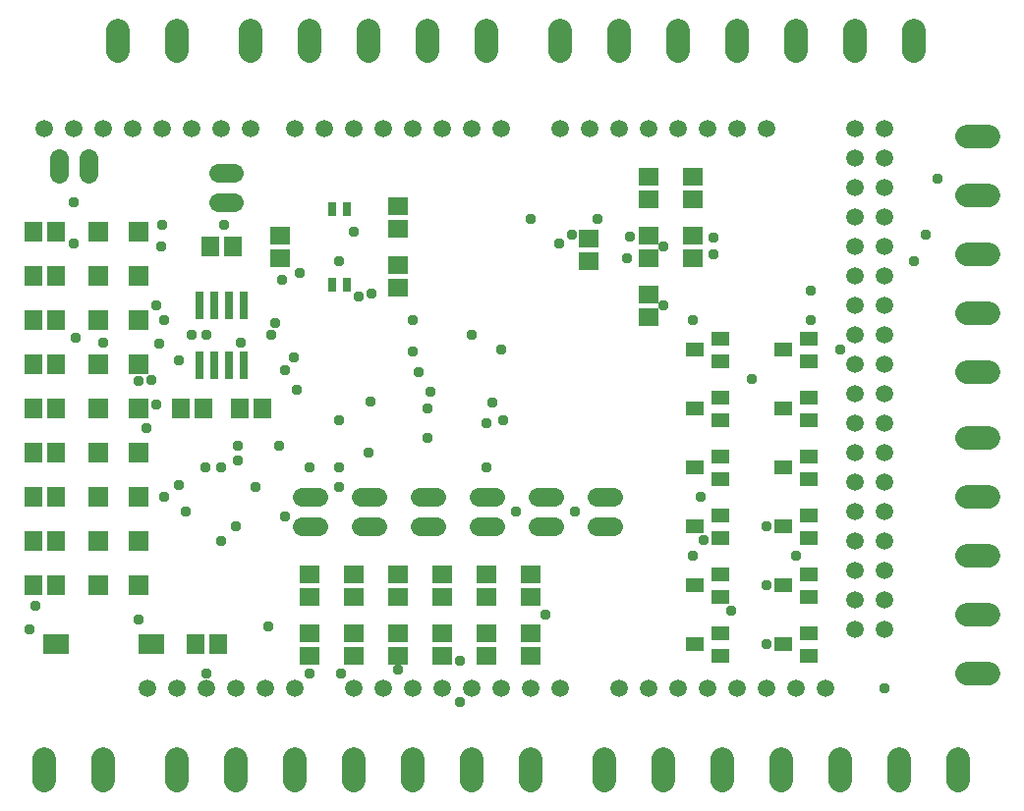
<source format=gbr>
G04 EAGLE Gerber RS-274X export*
G75*
%MOMM*%
%FSLAX34Y34*%
%LPD*%
%INSoldermask Top*%
%IPPOS*%
%AMOC8*
5,1,8,0,0,1.08239X$1,22.5*%
G01*
%ADD10R,1.503200X1.703200*%
%ADD11R,0.803200X2.403200*%
%ADD12R,1.703200X1.703200*%
%ADD13R,1.703200X1.503200*%
%ADD14C,1.511200*%
%ADD15C,1.993900*%
%ADD16R,0.703200X1.203200*%
%ADD17C,1.625600*%
%ADD18R,1.603200X1.203200*%
%ADD19R,2.203200X1.703200*%
%ADD20C,0.959600*%


D10*
X562000Y546100D03*
X581000Y546100D03*
D11*
X539750Y583600D03*
X539750Y635600D03*
X527050Y583600D03*
X552450Y583600D03*
X565150Y583600D03*
X527050Y635600D03*
X552450Y635600D03*
X565150Y635600D03*
D12*
X439700Y698500D03*
X474700Y698500D03*
X439700Y660400D03*
X474700Y660400D03*
X439700Y622300D03*
X474700Y622300D03*
X439700Y584200D03*
X474700Y584200D03*
X439700Y546100D03*
X474700Y546100D03*
X439700Y508000D03*
X474700Y508000D03*
X439700Y393700D03*
X474700Y393700D03*
D10*
X384200Y698500D03*
X403200Y698500D03*
D13*
X622300Y384200D03*
X622300Y403200D03*
X660400Y384200D03*
X660400Y403200D03*
X698500Y384200D03*
X698500Y403200D03*
X736600Y384200D03*
X736600Y403200D03*
X774700Y384200D03*
X774700Y403200D03*
X812800Y384200D03*
X812800Y403200D03*
X812800Y352400D03*
X812800Y333400D03*
X774700Y352400D03*
X774700Y333400D03*
X736600Y352400D03*
X736600Y333400D03*
X698500Y352400D03*
X698500Y333400D03*
D10*
X384200Y660400D03*
X403200Y660400D03*
D13*
X660400Y352400D03*
X660400Y333400D03*
X622300Y352400D03*
X622300Y333400D03*
D10*
X384200Y622300D03*
X403200Y622300D03*
X384200Y584200D03*
X403200Y584200D03*
X384200Y546100D03*
X403200Y546100D03*
X384200Y508000D03*
X403200Y508000D03*
X384200Y393700D03*
X403200Y393700D03*
X555600Y685800D03*
X536600Y685800D03*
X511200Y546100D03*
X530200Y546100D03*
D14*
X393700Y787400D03*
X419100Y787400D03*
X444500Y787400D03*
X469900Y787400D03*
X495300Y787400D03*
X520700Y787400D03*
X546100Y787400D03*
X571500Y787400D03*
X609600Y787400D03*
X635000Y787400D03*
X660400Y787400D03*
X685800Y787400D03*
X711200Y787400D03*
X736600Y787400D03*
X762000Y787400D03*
X787400Y787400D03*
X838200Y787400D03*
X863600Y787400D03*
X889000Y787400D03*
X914400Y787400D03*
X939800Y787400D03*
X965200Y787400D03*
X990600Y787400D03*
X1016000Y787400D03*
X1092200Y787400D03*
X1092200Y762000D03*
X1092200Y736600D03*
X1092200Y711200D03*
X1092200Y685800D03*
X1092200Y660400D03*
X1092200Y635000D03*
X1092200Y609600D03*
X1092200Y584200D03*
X1092200Y558800D03*
X1092200Y533400D03*
X1092200Y508000D03*
X1092200Y482600D03*
X1092200Y457200D03*
X1092200Y431800D03*
X1092200Y406400D03*
X1092200Y381000D03*
X1092200Y355600D03*
X1117600Y355600D03*
X1117600Y381000D03*
X1117600Y406400D03*
X1117600Y431800D03*
X1117600Y457200D03*
X1117600Y482600D03*
X1117600Y508000D03*
X1117600Y533400D03*
X1117600Y558800D03*
X1117600Y584200D03*
X1117600Y609600D03*
X1117600Y635000D03*
X1117600Y660400D03*
X1117600Y685800D03*
X1117600Y711200D03*
X1117600Y736600D03*
X1117600Y762000D03*
X1117600Y787400D03*
X1066800Y304800D03*
X1041400Y304800D03*
X1016000Y304800D03*
X990600Y304800D03*
X965200Y304800D03*
X939800Y304800D03*
X914400Y304800D03*
X889000Y304800D03*
X838200Y304800D03*
X812800Y304800D03*
X787400Y304800D03*
X762000Y304800D03*
X736600Y304800D03*
X711200Y304800D03*
X685800Y304800D03*
X660400Y304800D03*
X609600Y304800D03*
X584200Y304800D03*
X558800Y304800D03*
X533400Y304800D03*
X508000Y304800D03*
X482600Y304800D03*
D15*
X393700Y243904D02*
X393700Y225997D01*
X444500Y225997D02*
X444500Y243904D01*
X508000Y854647D02*
X508000Y872554D01*
X457200Y872554D02*
X457200Y854647D01*
D16*
X654050Y718200D03*
X641350Y718200D03*
X641350Y653400D03*
X654050Y653400D03*
D13*
X596900Y676300D03*
X596900Y695300D03*
X698500Y669900D03*
X698500Y650900D03*
D12*
X439700Y469900D03*
X474700Y469900D03*
X439700Y431800D03*
X474700Y431800D03*
D10*
X384200Y469900D03*
X403200Y469900D03*
X384200Y431800D03*
X403200Y431800D03*
D15*
X774700Y854647D02*
X774700Y872554D01*
X723900Y872554D02*
X723900Y854647D01*
X673100Y854647D02*
X673100Y872554D01*
X622300Y872554D02*
X622300Y854647D01*
X571500Y854647D02*
X571500Y872554D01*
D17*
X615188Y469900D02*
X629412Y469900D01*
X629412Y444500D02*
X615188Y444500D01*
X665988Y469900D02*
X680212Y469900D01*
X680212Y444500D02*
X665988Y444500D01*
X716788Y469900D02*
X731012Y469900D01*
X731012Y444500D02*
X716788Y444500D01*
X767588Y469900D02*
X781812Y469900D01*
X781812Y444500D02*
X767588Y444500D01*
X818388Y469900D02*
X832612Y469900D01*
X832612Y444500D02*
X818388Y444500D01*
X869188Y469900D02*
X883412Y469900D01*
X883412Y444500D02*
X869188Y444500D01*
D18*
X1030400Y342900D03*
X1052400Y352400D03*
X1052400Y333400D03*
X954200Y342900D03*
X976200Y352400D03*
X976200Y333400D03*
X1030400Y444500D03*
X1052400Y454000D03*
X1052400Y435000D03*
X1030400Y495300D03*
X1052400Y504800D03*
X1052400Y485800D03*
X1030400Y546100D03*
X1052400Y555600D03*
X1052400Y536600D03*
X1030400Y596900D03*
X1052400Y606400D03*
X1052400Y587400D03*
X1030400Y393700D03*
X1052400Y403200D03*
X1052400Y384200D03*
X954200Y393700D03*
X976200Y403200D03*
X976200Y384200D03*
X954200Y444500D03*
X976200Y454000D03*
X976200Y435000D03*
X954200Y495300D03*
X976200Y504800D03*
X976200Y485800D03*
X954200Y546100D03*
X976200Y555600D03*
X976200Y536600D03*
X954200Y596900D03*
X976200Y606400D03*
X976200Y587400D03*
D13*
X914400Y727100D03*
X914400Y746100D03*
X952500Y727100D03*
X952500Y746100D03*
X914400Y676300D03*
X914400Y695300D03*
X914400Y625500D03*
X914400Y644500D03*
X952500Y695300D03*
X952500Y676300D03*
D15*
X508000Y243904D02*
X508000Y225997D01*
X558800Y225997D02*
X558800Y243904D01*
X609600Y243904D02*
X609600Y225997D01*
X660400Y225997D02*
X660400Y243904D01*
X711200Y243904D02*
X711200Y225997D01*
X762000Y225997D02*
X762000Y243904D01*
X812800Y243904D02*
X812800Y225997D01*
X876300Y225997D02*
X876300Y243904D01*
X927100Y243904D02*
X927100Y225997D01*
X977900Y225997D02*
X977900Y243904D01*
X1028700Y243904D02*
X1028700Y225997D01*
X1079500Y225997D02*
X1079500Y243904D01*
X1130300Y243904D02*
X1130300Y225997D01*
X1181100Y225997D02*
X1181100Y243904D01*
X1143000Y854647D02*
X1143000Y872554D01*
X1092200Y872554D02*
X1092200Y854647D01*
X1041400Y854647D02*
X1041400Y872554D01*
X990600Y872554D02*
X990600Y854647D01*
X939800Y854647D02*
X939800Y872554D01*
X889000Y872554D02*
X889000Y854647D01*
X838200Y854647D02*
X838200Y872554D01*
D17*
X557022Y749300D02*
X542798Y749300D01*
X542798Y723900D02*
X557022Y723900D01*
D13*
X698500Y720700D03*
X698500Y701700D03*
D17*
X406400Y748538D02*
X406400Y762762D01*
X431800Y762762D02*
X431800Y748538D01*
D10*
X542900Y342900D03*
X523900Y342900D03*
D19*
X485500Y342900D03*
X403500Y342900D03*
D13*
X862330Y692760D03*
X862330Y673760D03*
D15*
X1188657Y577850D02*
X1206564Y577850D01*
X1206564Y628650D02*
X1188657Y628650D01*
X1188657Y679450D02*
X1206564Y679450D01*
X1206564Y730250D02*
X1188657Y730250D01*
X1188657Y781050D02*
X1206564Y781050D01*
X1206564Y317500D02*
X1188657Y317500D01*
X1188657Y368300D02*
X1206564Y368300D01*
X1206564Y419100D02*
X1188657Y419100D01*
X1188657Y469900D02*
X1206564Y469900D01*
X1206564Y520700D02*
X1188657Y520700D01*
D20*
X608330Y590550D03*
X589280Y609600D03*
X711200Y622300D03*
X762000Y609600D03*
X575310Y478790D03*
X648970Y317500D03*
X622300Y317500D03*
X698500Y321310D03*
X970280Y693420D03*
X970280Y679450D03*
X520700Y609600D03*
X610870Y562610D03*
X751840Y328930D03*
X751840Y293370D03*
X1117600Y304800D03*
X381000Y355600D03*
X386080Y375920D03*
X419100Y688340D03*
X419100Y723900D03*
X586740Y358140D03*
X825500Y368300D03*
X927100Y635000D03*
X897890Y694690D03*
X711200Y595630D03*
X494030Y685800D03*
X509270Y588010D03*
X515620Y457200D03*
X600710Y453390D03*
X533400Y317500D03*
X600710Y579120D03*
X492760Y601980D03*
X444500Y603250D03*
X774700Y533400D03*
X774700Y495300D03*
X647700Y495300D03*
X647700Y535940D03*
X647700Y478790D03*
X837084Y688494D03*
X723900Y546100D03*
X533400Y609600D03*
X490220Y635000D03*
X560070Y514350D03*
X474980Y570230D03*
X481330Y529590D03*
X490220Y549910D03*
X496288Y469900D03*
X474980Y364490D03*
X496288Y622300D03*
X546100Y431800D03*
X622300Y495300D03*
X595912Y514350D03*
X532412Y495300D03*
X546100Y495300D03*
X560070Y501650D03*
X1016000Y342900D03*
X647700Y673100D03*
X558800Y444500D03*
X613475Y663005D03*
X952500Y419100D03*
X1041400Y419100D03*
X1016000Y444500D03*
X673100Y508000D03*
X726132Y561032D03*
X1079500Y596900D03*
X1054100Y647700D03*
X927100Y685800D03*
X895350Y675640D03*
X812800Y709930D03*
X674370Y552450D03*
X675486Y645314D03*
X869950Y709930D03*
X848360Y695960D03*
X598498Y657140D03*
X660400Y698500D03*
X787400Y596900D03*
X788670Y535940D03*
X723900Y520700D03*
X664210Y642620D03*
X779780Y551180D03*
X716280Y577850D03*
X952500Y622300D03*
X1016000Y393700D03*
X985520Y372110D03*
X961390Y433070D03*
X959132Y469900D03*
X1054100Y622300D03*
X1003300Y571500D03*
X509270Y480060D03*
X485789Y570879D03*
X562610Y603250D03*
X592300Y619760D03*
X420370Y607060D03*
X800100Y457200D03*
X850900Y457200D03*
X548076Y705132D03*
X495300Y704568D03*
X1143000Y673100D03*
X1153160Y695960D03*
X1163320Y744220D03*
M02*

</source>
